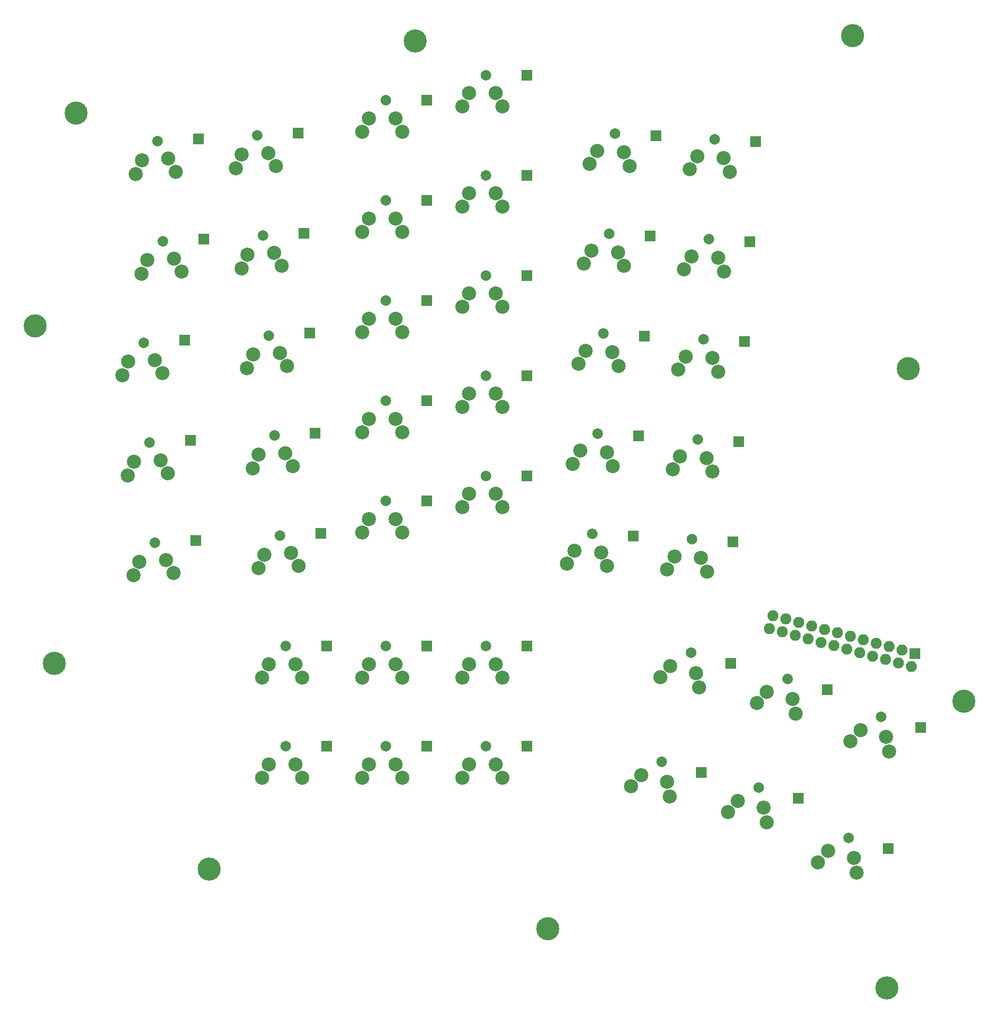
<source format=gbs>
G04 #@! TF.FileFunction,Soldermask,Bot*
%FSLAX46Y46*%
G04 Gerber Fmt 4.6, Leading zero omitted, Abs format (unit mm)*
G04 Created by KiCad (PCBNEW 4.0.6+dfsg1-1) date Sat Mar 24 19:44:59 2018*
%MOMM*%
%LPD*%
G01*
G04 APERTURE LIST*
%ADD10C,0.100000*%
%ADD11R,2.100000X2.100000*%
%ADD12O,2.100000X2.100000*%
%ADD13C,2.686000*%
%ADD14R,2.000000X2.000000*%
%ADD15C,2.000000*%
%ADD16C,4.400000*%
G04 APERTURE END LIST*
D10*
D11*
X194839638Y-145000000D03*
D12*
X194182238Y-147453452D03*
X192386186Y-144342600D03*
X191728786Y-146796051D03*
X189932735Y-143685199D03*
X189275334Y-146138651D03*
X187479283Y-143027799D03*
X186821883Y-145481250D03*
X185025832Y-142370399D03*
X184368431Y-144823850D03*
X182572380Y-141712998D03*
X181914980Y-144166450D03*
X180118928Y-141055598D03*
X179461528Y-143509049D03*
X177665477Y-140398197D03*
X177008076Y-142851649D03*
X175212025Y-139740797D03*
X174554625Y-142194249D03*
X172758574Y-139083397D03*
X172101173Y-141536848D03*
X170305122Y-138425996D03*
X169647722Y-140879448D03*
X167851670Y-137768596D03*
X167194270Y-140222047D03*
D13*
X53897881Y-69912655D03*
X47702094Y-72808569D03*
X55309839Y-72376570D03*
X48826052Y-70200654D03*
D14*
X59578110Y-66139558D03*
D15*
X51790654Y-66581762D03*
D13*
X73997240Y-87852019D03*
X67801453Y-90747933D03*
X75409198Y-90315934D03*
X68925411Y-88140018D03*
D14*
X79677469Y-84078922D03*
D15*
X71890013Y-84521126D03*
D13*
X115104638Y-38445000D03*
X108754638Y-40985000D03*
X116374638Y-40985000D03*
X110024638Y-38445000D03*
D14*
X120989638Y-35000000D03*
D15*
X113189638Y-35000000D03*
D13*
X76157235Y-125890742D03*
X69961448Y-128786656D03*
X77569193Y-128354657D03*
X71085406Y-126178741D03*
D14*
X81837465Y-122117645D03*
D15*
X74050009Y-122559849D03*
D13*
X139461306Y-49666445D03*
X132977519Y-51842361D03*
X140585264Y-52274360D03*
X134389477Y-49378446D03*
D14*
X145532148Y-46560623D03*
D15*
X137744692Y-46118419D03*
D13*
X155240674Y-107804527D03*
X148756887Y-109980443D03*
X156364632Y-110412442D03*
X150168845Y-107516528D03*
D14*
X161311517Y-104698705D03*
D15*
X153524061Y-104256501D03*
D13*
X96054638Y-166080000D03*
X89704638Y-168620000D03*
X97324638Y-168620000D03*
X90974638Y-166080000D03*
D14*
X101939638Y-162635000D03*
D15*
X94139638Y-162635000D03*
D13*
X52817884Y-50893294D03*
X46622097Y-53789208D03*
X54229842Y-53357209D03*
X47746055Y-51181293D03*
D14*
X58498113Y-47120197D03*
D15*
X50710657Y-47562401D03*
D13*
X75077238Y-106871380D03*
X68881451Y-109767294D03*
X76489196Y-109335295D03*
X70005409Y-107159379D03*
D14*
X80757467Y-103098283D03*
D15*
X72970011Y-103540487D03*
D13*
X115104638Y-57495000D03*
X108754638Y-60035000D03*
X116374638Y-60035000D03*
X110024638Y-57495000D03*
D14*
X120989638Y-54050000D03*
D15*
X113189638Y-54050000D03*
D13*
X96054638Y-119407500D03*
X89704638Y-121947500D03*
X97324638Y-121947500D03*
X90974638Y-119407500D03*
D14*
X101939638Y-115962500D03*
D15*
X94139638Y-115962500D03*
D13*
X138381308Y-68685807D03*
X131897521Y-70861723D03*
X139505266Y-71293722D03*
X133309479Y-68397808D03*
D14*
X144452150Y-65579985D03*
D15*
X136664694Y-65137781D03*
D13*
X154160677Y-126823888D03*
X147676890Y-128999804D03*
X155284635Y-129431803D03*
X149088848Y-126535889D03*
D14*
X160231519Y-123718066D03*
D15*
X152444063Y-123275862D03*
D13*
X115104638Y-166080000D03*
X108754638Y-168620000D03*
X116374638Y-168620000D03*
X110024638Y-166080000D03*
D14*
X120989638Y-162635000D03*
D15*
X113189638Y-162635000D03*
D13*
X71837245Y-49813296D03*
X65641458Y-52709210D03*
X73249203Y-52277211D03*
X66765416Y-50101295D03*
D14*
X77517474Y-46040199D03*
D15*
X69730018Y-46482403D03*
D13*
X96054638Y-100357500D03*
X89704638Y-102897500D03*
X97324638Y-102897500D03*
X90974638Y-100357500D03*
D14*
X101939638Y-96912500D03*
D15*
X94139638Y-96912500D03*
D13*
X115104638Y-76545000D03*
X108754638Y-79085000D03*
X116374638Y-79085000D03*
X110024638Y-76545000D03*
D14*
X120989638Y-73100000D03*
D15*
X113189638Y-73100000D03*
D13*
X96054638Y-147030000D03*
X89704638Y-149570000D03*
X97324638Y-149570000D03*
X90974638Y-147030000D03*
D14*
X101939638Y-143585000D03*
D15*
X94139638Y-143585000D03*
D13*
X157400669Y-69765804D03*
X150916882Y-71941720D03*
X158524627Y-72373719D03*
X152328840Y-69477805D03*
D14*
X163471512Y-66659982D03*
D15*
X155684056Y-66217778D03*
D13*
X171600170Y-153629122D03*
X164809141Y-154439073D03*
X172169496Y-156411274D03*
X166693267Y-152314321D03*
D14*
X178176275Y-151824658D03*
D15*
X170642053Y-149805870D03*
D13*
X115104638Y-147030000D03*
X108754638Y-149570000D03*
X116374638Y-149570000D03*
X110024638Y-147030000D03*
D14*
X120989638Y-143585000D03*
D15*
X113189638Y-143585000D03*
D13*
X72917242Y-68832658D03*
X66721455Y-71728572D03*
X74329200Y-71296573D03*
X67845413Y-69120657D03*
D14*
X78597472Y-65059561D03*
D15*
X70810016Y-65501765D03*
D13*
X96054638Y-81307500D03*
X89704638Y-83847500D03*
X97324638Y-83847500D03*
X90974638Y-81307500D03*
D14*
X101939638Y-77862500D03*
D15*
X94139638Y-77862500D03*
D13*
X115104638Y-95595000D03*
X108754638Y-98135000D03*
X116374638Y-98135000D03*
X110024638Y-95595000D03*
D14*
X120989638Y-92150000D03*
D15*
X113189638Y-92150000D03*
D13*
X77004638Y-147030000D03*
X70654638Y-149570000D03*
X78274638Y-149570000D03*
X71924638Y-147030000D03*
D14*
X82889638Y-143585000D03*
D15*
X75089638Y-143585000D03*
D13*
X156320672Y-88785166D03*
X149836885Y-90961082D03*
X157444630Y-91393081D03*
X151248843Y-88497167D03*
D14*
X162391514Y-85679343D03*
D15*
X154604058Y-85237139D03*
D13*
X189384744Y-160859736D03*
X182593715Y-161669687D03*
X189954070Y-163641888D03*
X184477841Y-159544935D03*
D14*
X195960850Y-159055271D03*
D15*
X188426628Y-157036483D03*
D13*
X135141315Y-125743891D03*
X128657528Y-127919807D03*
X136265273Y-128351806D03*
X130069486Y-125455892D03*
D14*
X141212158Y-122638068D03*
D15*
X133424702Y-122195864D03*
D13*
X96054638Y-62257500D03*
X89704638Y-64797500D03*
X97324638Y-64797500D03*
X90974638Y-62257500D03*
D14*
X101939638Y-58812500D03*
D15*
X94139638Y-58812500D03*
D13*
X50223038Y-89202016D03*
X44027251Y-92097930D03*
X51634996Y-91665931D03*
X45151209Y-89490015D03*
D14*
X55903268Y-85428919D03*
D15*
X48115812Y-85871123D03*
D13*
X115104638Y-114645000D03*
X108754638Y-117185000D03*
X116374638Y-117185000D03*
X110024638Y-114645000D03*
D14*
X120989638Y-111200000D03*
D15*
X113189638Y-111200000D03*
D13*
X77004638Y-166080000D03*
X70654638Y-168620000D03*
X78274638Y-168620000D03*
X71924638Y-166080000D03*
D14*
X82889638Y-162635000D03*
D15*
X75089638Y-162635000D03*
D13*
X137301310Y-87705168D03*
X130817523Y-89881084D03*
X138425268Y-90313083D03*
X132229481Y-87417169D03*
D14*
X143372153Y-84599346D03*
D15*
X135584697Y-84157142D03*
D13*
X183221615Y-183860845D03*
X176430586Y-184670796D03*
X183790941Y-186642997D03*
X178314712Y-182546044D03*
D14*
X189797721Y-182056380D03*
D15*
X182263499Y-180037592D03*
D13*
X153199283Y-148698619D03*
X146408254Y-149508570D03*
X153768609Y-151480771D03*
X148292380Y-147383818D03*
D14*
X159775389Y-146894155D03*
D15*
X152241167Y-144875367D03*
D13*
X96054638Y-43207500D03*
X89704638Y-45747500D03*
X97324638Y-45747500D03*
X90974638Y-43207500D03*
D14*
X101939638Y-39762500D03*
D15*
X94139638Y-39762500D03*
D13*
X51303036Y-108221377D03*
X45107249Y-111117291D03*
X52714994Y-110685292D03*
X46231207Y-108509376D03*
D14*
X56983265Y-104448280D03*
D15*
X49195809Y-104890484D03*
D13*
X136221313Y-106724529D03*
X129737526Y-108900445D03*
X137345271Y-109332444D03*
X131149484Y-106436530D03*
D14*
X142292155Y-103618707D03*
D15*
X134504699Y-103176503D03*
D13*
X52383034Y-127240739D03*
X46187247Y-130136653D03*
X53794992Y-129704654D03*
X47311205Y-127528738D03*
D14*
X58063263Y-123467642D03*
D15*
X50275807Y-123909846D03*
D13*
X158480667Y-50746443D03*
X151996880Y-52922359D03*
X159604625Y-53354358D03*
X153408838Y-50458444D03*
D14*
X164551509Y-47640621D03*
D15*
X156764053Y-47198417D03*
D13*
X166053354Y-174330120D03*
X159262325Y-175140071D03*
X166622680Y-177112272D03*
X161146451Y-173015319D03*
D14*
X172629460Y-172525656D03*
D15*
X165095238Y-170506868D03*
D13*
X147652467Y-169399617D03*
X140861438Y-170209568D03*
X148221793Y-172181769D03*
X142745564Y-168084816D03*
D14*
X154228573Y-167595153D03*
D15*
X146694351Y-165576365D03*
D16*
X99760326Y-28503555D03*
X35210184Y-42214144D03*
X27499136Y-82689670D03*
X31142914Y-146852355D03*
X60534320Y-185976609D03*
X125025143Y-197292479D03*
X189515965Y-208608349D03*
X204128012Y-154075449D03*
X193542108Y-90787725D03*
X182956204Y-27500000D03*
M02*

</source>
